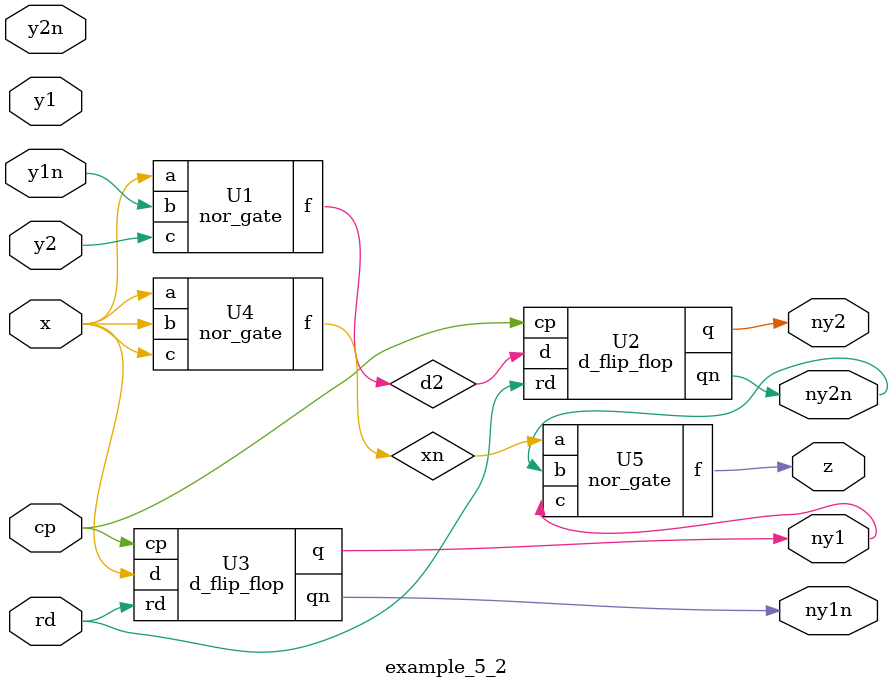
<source format=v>

`timescale 1ns / 1ps	

module nor_gate(
    input a,
    input b,
    input c,
    output f                               
);
    reg y;
    always @(*)                        //ÐÐÎªÃèÊö·½Ê½
    begin
        y <= ~(a | b | c); 
    end
    assign f = y;
endmodule

module d_flip_flop(
    input d,                               	  
    input cp,     
    input rd,                                                    
    output q, qn		
);
    reg y;
    always @(posedge cp  or negedge rd)                     //ÐÐÎªÃèÊö·½Ê½
    begin
       if(rd==0)  	                                           	        //  rd=0         y=0
                y <= 0;
       else                                                                           //  rd=1            
                case(d)
	               0: y <= 0;			      //  d  =  0       y=0
	               1: y <= 1;			      //  d  =  1       y=1
                endcase
    end
    assign  q= y;
    assign qn = ~y;
endmodule

module example_5_2(
    input cp,	
    input x,      
    input rd,                         		 
    input y2, y2n, y1, y1n,			 
    output ny2, ny2n, ny1, ny1n, z    		 	          
);
    wire xn, d2;
    nor_gate U1(.a(x),.b(y1n),.c(y2),.f(d2));			//½á¹¹»¯ÃèÊö·½Ê½
    d_flip_flop U2(.d(d2),.cp(cp),.rd(rd),.q(ny2),.qn(ny2n));		//½á¹¹»¯ÃèÊö·½Ê½
    d_flip_flop U3(.d(x),.cp(cp),.rd(rd),.q(ny1),.qn(ny1n));		//½á¹¹»¯ÃèÊö·½Ê½
    nor_gate U4(.a(x),.b(x),.c(x),.f(xn));				//½á¹¹»¯ÃèÊö·½Ê½
    nor_gate U5(.a(xn),.b(ny2n),.c(ny1),.f(z));			//½á¹¹»¯ÃèÊö·½Ê½
endmodule
</source>
